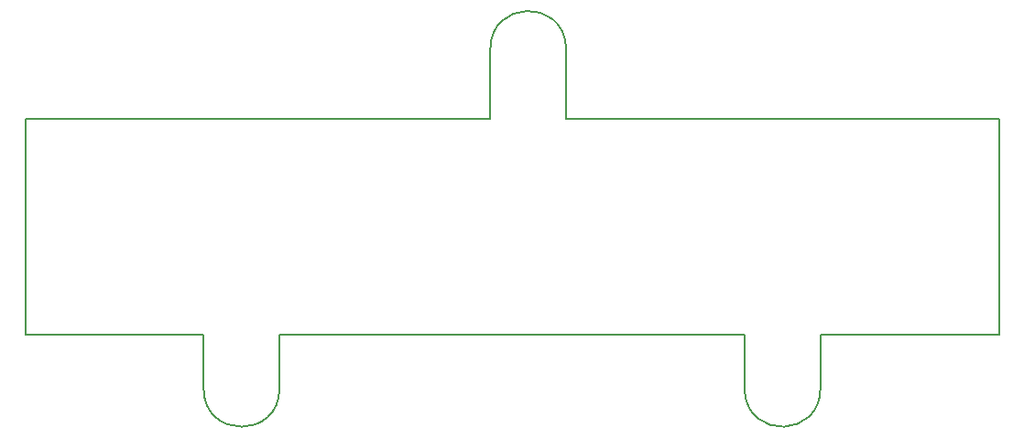
<source format=gko>
G04 #@! TF.FileFunction,Profile,NP*
%FSLAX46Y46*%
G04 Gerber Fmt 4.6, Leading zero omitted, Abs format (unit mm)*
G04 Created by KiCad (PCBNEW 4.0.7-e2-6376~58~ubuntu16.04.1) date Tue Sep 12 22:43:55 2017*
%MOMM*%
%LPD*%
G01*
G04 APERTURE LIST*
%ADD10C,0.100000*%
%ADD11C,0.150000*%
G04 APERTURE END LIST*
D10*
D11*
X119500000Y-104000000D02*
X126000000Y-104000000D01*
X119500000Y-109000000D02*
X119500000Y-104000000D01*
X112500000Y-104000000D02*
X112500000Y-109000000D01*
X111000000Y-104000000D02*
X112500000Y-104000000D01*
X162500000Y-104000000D02*
X156000000Y-104000000D01*
X162500000Y-109250000D02*
X162500000Y-104000000D01*
X169500000Y-104000000D02*
X171000000Y-104000000D01*
X169500000Y-109000000D02*
X169500000Y-104000000D01*
X112500000Y-109000000D02*
G75*
G03X119500000Y-109000000I3500000J0D01*
G01*
X162508895Y-109249365D02*
G75*
G03X169500000Y-109000000I3491105J249365D01*
G01*
X139000000Y-84000000D02*
X136000000Y-84000000D01*
X139000000Y-77500000D02*
X139000000Y-84000000D01*
X146000000Y-77250000D02*
X146000000Y-84000000D01*
X145991105Y-77250635D02*
G75*
G03X139000000Y-77500000I-3491105J-249365D01*
G01*
X96000000Y-104000000D02*
X96000000Y-84000000D01*
X111000000Y-104000000D02*
X96000000Y-104000000D01*
X186000000Y-104000000D02*
X186000000Y-84000000D01*
X171000000Y-104000000D02*
X186000000Y-104000000D01*
X156000000Y-104000000D02*
X126000000Y-104000000D01*
X146000000Y-84000000D02*
X186000000Y-84000000D01*
X96000000Y-84000000D02*
X136000000Y-84000000D01*
M02*

</source>
